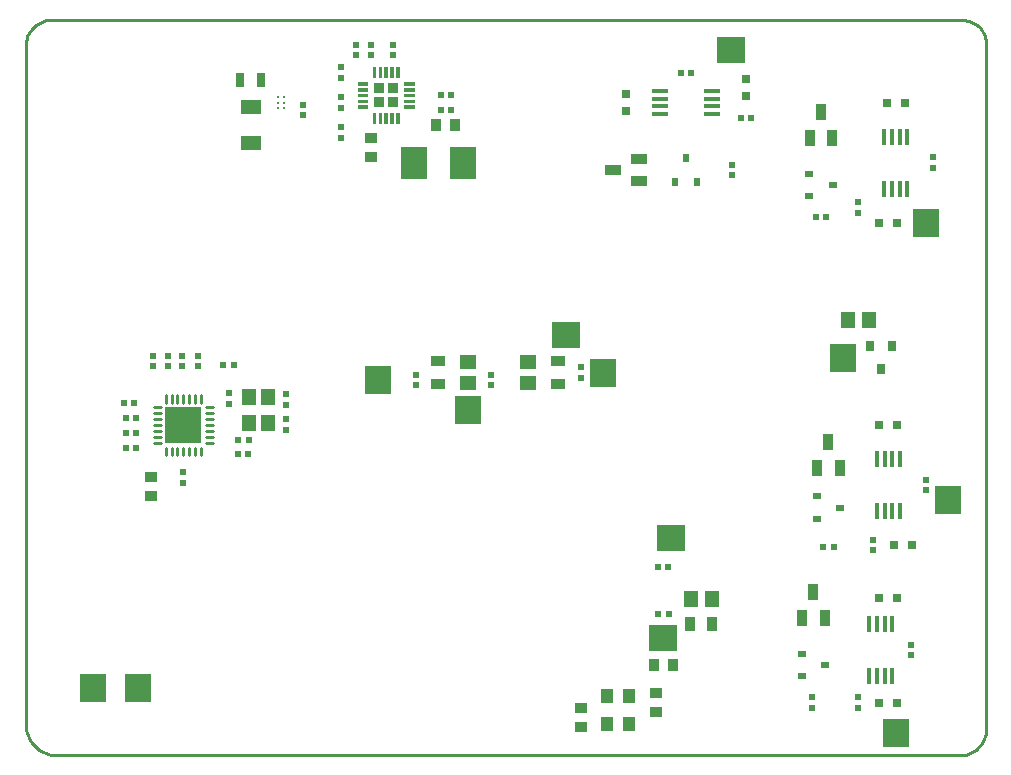
<source format=gbr>
G04 EAGLE Gerber RS-274X export*
G75*
%MOMM*%
%FSLAX34Y34*%
%LPD*%
%INSolderpaste Bottom*%
%IPPOS*%
%AMOC8*
5,1,8,0,0,1.08239X$1,22.5*%
G01*
%ADD10R,1.050000X1.300000*%
%ADD11R,1.300000X0.900000*%
%ADD12R,0.950000X1.000000*%
%ADD13R,0.900000X1.300000*%
%ADD14R,2.489200X2.235200*%
%ADD15R,2.235200X2.489200*%
%ADD16R,0.800000X0.900000*%
%ADD17R,1.150000X1.450000*%
%ADD18R,0.800000X1.200000*%
%ADD19R,0.500000X0.500000*%
%ADD20R,1.000000X0.950000*%
%ADD21R,0.960000X0.960000*%
%ADD22C,0.018200*%
%ADD23R,2.286000X2.794000*%
%ADD24R,1.450000X1.150000*%
%ADD25R,0.620000X0.620000*%
%ADD26C,0.280000*%
%ADD27R,3.100000X3.100000*%
%ADD28R,1.450000X0.450000*%
%ADD29R,0.800000X0.800000*%
%ADD30R,1.400000X0.950000*%
%ADD31R,0.600000X0.700000*%
%ADD32R,0.450000X1.450000*%
%ADD33R,0.950000X1.400000*%
%ADD34R,0.700000X0.600000*%
%ADD35R,1.150000X1.400000*%
%ADD36C,0.254000*%
%ADD37R,1.800000X1.150000*%


D10*
X282300Y49600D03*
X282300Y26600D03*
X263800Y26600D03*
X263800Y49600D03*
D11*
X120650Y333350D03*
X120650Y314350D03*
D12*
X303658Y76200D03*
X319658Y76200D03*
D11*
X222250Y333350D03*
X222250Y314350D03*
D13*
X352654Y110998D03*
X333654Y110998D03*
D14*
X228600Y355600D03*
D15*
X69850Y317500D03*
X260350Y323850D03*
D14*
X310642Y98806D03*
X317500Y184150D03*
D15*
X146050Y292100D03*
X508000Y19050D03*
X533400Y450850D03*
D14*
X368300Y596900D03*
D15*
X552450Y215900D03*
X463550Y336550D03*
D16*
X485800Y346550D03*
X504800Y346550D03*
X495300Y326550D03*
D17*
X485250Y368300D03*
X467250Y368300D03*
D18*
X-47100Y571500D03*
X-29100Y571500D03*
D19*
X38100Y582350D03*
X38100Y573350D03*
X131500Y546100D03*
X122500Y546100D03*
X131500Y558800D03*
X122500Y558800D03*
X38100Y531550D03*
X38100Y522550D03*
X38100Y547950D03*
X38100Y556950D03*
D20*
X63500Y522350D03*
X63500Y506350D03*
D21*
X70100Y552700D03*
X82300Y552700D03*
X82300Y564900D03*
X70100Y564900D03*
D22*
X60609Y547591D02*
X52691Y547591D01*
X52691Y550009D01*
X60609Y550009D01*
X60609Y547591D01*
X60609Y547764D02*
X52691Y547764D01*
X52691Y547937D02*
X60609Y547937D01*
X60609Y548110D02*
X52691Y548110D01*
X52691Y548283D02*
X60609Y548283D01*
X60609Y548456D02*
X52691Y548456D01*
X52691Y548629D02*
X60609Y548629D01*
X60609Y548802D02*
X52691Y548802D01*
X52691Y548975D02*
X60609Y548975D01*
X60609Y549148D02*
X52691Y549148D01*
X52691Y549321D02*
X60609Y549321D01*
X60609Y549494D02*
X52691Y549494D01*
X52691Y549667D02*
X60609Y549667D01*
X60609Y549840D02*
X52691Y549840D01*
X52691Y552591D02*
X60609Y552591D01*
X52691Y552591D02*
X52691Y555009D01*
X60609Y555009D01*
X60609Y552591D01*
X60609Y552764D02*
X52691Y552764D01*
X52691Y552937D02*
X60609Y552937D01*
X60609Y553110D02*
X52691Y553110D01*
X52691Y553283D02*
X60609Y553283D01*
X60609Y553456D02*
X52691Y553456D01*
X52691Y553629D02*
X60609Y553629D01*
X60609Y553802D02*
X52691Y553802D01*
X52691Y553975D02*
X60609Y553975D01*
X60609Y554148D02*
X52691Y554148D01*
X52691Y554321D02*
X60609Y554321D01*
X60609Y554494D02*
X52691Y554494D01*
X52691Y554667D02*
X60609Y554667D01*
X60609Y554840D02*
X52691Y554840D01*
X52691Y557591D02*
X60609Y557591D01*
X52691Y557591D02*
X52691Y560009D01*
X60609Y560009D01*
X60609Y557591D01*
X60609Y557764D02*
X52691Y557764D01*
X52691Y557937D02*
X60609Y557937D01*
X60609Y558110D02*
X52691Y558110D01*
X52691Y558283D02*
X60609Y558283D01*
X60609Y558456D02*
X52691Y558456D01*
X52691Y558629D02*
X60609Y558629D01*
X60609Y558802D02*
X52691Y558802D01*
X52691Y558975D02*
X60609Y558975D01*
X60609Y559148D02*
X52691Y559148D01*
X52691Y559321D02*
X60609Y559321D01*
X60609Y559494D02*
X52691Y559494D01*
X52691Y559667D02*
X60609Y559667D01*
X60609Y559840D02*
X52691Y559840D01*
X52691Y562591D02*
X60609Y562591D01*
X52691Y562591D02*
X52691Y565009D01*
X60609Y565009D01*
X60609Y562591D01*
X60609Y562764D02*
X52691Y562764D01*
X52691Y562937D02*
X60609Y562937D01*
X60609Y563110D02*
X52691Y563110D01*
X52691Y563283D02*
X60609Y563283D01*
X60609Y563456D02*
X52691Y563456D01*
X52691Y563629D02*
X60609Y563629D01*
X60609Y563802D02*
X52691Y563802D01*
X52691Y563975D02*
X60609Y563975D01*
X60609Y564148D02*
X52691Y564148D01*
X52691Y564321D02*
X60609Y564321D01*
X60609Y564494D02*
X52691Y564494D01*
X52691Y564667D02*
X60609Y564667D01*
X60609Y564840D02*
X52691Y564840D01*
X52691Y567591D02*
X60609Y567591D01*
X52691Y567591D02*
X52691Y570009D01*
X60609Y570009D01*
X60609Y567591D01*
X60609Y567764D02*
X52691Y567764D01*
X52691Y567937D02*
X60609Y567937D01*
X60609Y568110D02*
X52691Y568110D01*
X52691Y568283D02*
X60609Y568283D01*
X60609Y568456D02*
X52691Y568456D01*
X52691Y568629D02*
X60609Y568629D01*
X60609Y568802D02*
X52691Y568802D01*
X52691Y568975D02*
X60609Y568975D01*
X60609Y569148D02*
X52691Y569148D01*
X52691Y569321D02*
X60609Y569321D01*
X60609Y569494D02*
X52691Y569494D01*
X52691Y569667D02*
X60609Y569667D01*
X60609Y569840D02*
X52691Y569840D01*
X64991Y574391D02*
X64991Y582309D01*
X67409Y582309D01*
X67409Y574391D01*
X64991Y574391D01*
X64991Y574564D02*
X67409Y574564D01*
X67409Y574737D02*
X64991Y574737D01*
X64991Y574910D02*
X67409Y574910D01*
X67409Y575083D02*
X64991Y575083D01*
X64991Y575256D02*
X67409Y575256D01*
X67409Y575429D02*
X64991Y575429D01*
X64991Y575602D02*
X67409Y575602D01*
X67409Y575775D02*
X64991Y575775D01*
X64991Y575948D02*
X67409Y575948D01*
X67409Y576121D02*
X64991Y576121D01*
X64991Y576294D02*
X67409Y576294D01*
X67409Y576467D02*
X64991Y576467D01*
X64991Y576640D02*
X67409Y576640D01*
X67409Y576813D02*
X64991Y576813D01*
X64991Y576986D02*
X67409Y576986D01*
X67409Y577159D02*
X64991Y577159D01*
X64991Y577332D02*
X67409Y577332D01*
X67409Y577505D02*
X64991Y577505D01*
X64991Y577678D02*
X67409Y577678D01*
X67409Y577851D02*
X64991Y577851D01*
X64991Y578024D02*
X67409Y578024D01*
X67409Y578197D02*
X64991Y578197D01*
X64991Y578370D02*
X67409Y578370D01*
X67409Y578543D02*
X64991Y578543D01*
X64991Y578716D02*
X67409Y578716D01*
X67409Y578889D02*
X64991Y578889D01*
X64991Y579062D02*
X67409Y579062D01*
X67409Y579235D02*
X64991Y579235D01*
X64991Y579408D02*
X67409Y579408D01*
X67409Y579581D02*
X64991Y579581D01*
X64991Y579754D02*
X67409Y579754D01*
X67409Y579927D02*
X64991Y579927D01*
X64991Y580100D02*
X67409Y580100D01*
X67409Y580273D02*
X64991Y580273D01*
X64991Y580446D02*
X67409Y580446D01*
X67409Y580619D02*
X64991Y580619D01*
X64991Y580792D02*
X67409Y580792D01*
X67409Y580965D02*
X64991Y580965D01*
X64991Y581138D02*
X67409Y581138D01*
X67409Y581311D02*
X64991Y581311D01*
X64991Y581484D02*
X67409Y581484D01*
X67409Y581657D02*
X64991Y581657D01*
X64991Y581830D02*
X67409Y581830D01*
X67409Y582003D02*
X64991Y582003D01*
X64991Y582176D02*
X67409Y582176D01*
X69991Y582309D02*
X69991Y574391D01*
X69991Y582309D02*
X72409Y582309D01*
X72409Y574391D01*
X69991Y574391D01*
X69991Y574564D02*
X72409Y574564D01*
X72409Y574737D02*
X69991Y574737D01*
X69991Y574910D02*
X72409Y574910D01*
X72409Y575083D02*
X69991Y575083D01*
X69991Y575256D02*
X72409Y575256D01*
X72409Y575429D02*
X69991Y575429D01*
X69991Y575602D02*
X72409Y575602D01*
X72409Y575775D02*
X69991Y575775D01*
X69991Y575948D02*
X72409Y575948D01*
X72409Y576121D02*
X69991Y576121D01*
X69991Y576294D02*
X72409Y576294D01*
X72409Y576467D02*
X69991Y576467D01*
X69991Y576640D02*
X72409Y576640D01*
X72409Y576813D02*
X69991Y576813D01*
X69991Y576986D02*
X72409Y576986D01*
X72409Y577159D02*
X69991Y577159D01*
X69991Y577332D02*
X72409Y577332D01*
X72409Y577505D02*
X69991Y577505D01*
X69991Y577678D02*
X72409Y577678D01*
X72409Y577851D02*
X69991Y577851D01*
X69991Y578024D02*
X72409Y578024D01*
X72409Y578197D02*
X69991Y578197D01*
X69991Y578370D02*
X72409Y578370D01*
X72409Y578543D02*
X69991Y578543D01*
X69991Y578716D02*
X72409Y578716D01*
X72409Y578889D02*
X69991Y578889D01*
X69991Y579062D02*
X72409Y579062D01*
X72409Y579235D02*
X69991Y579235D01*
X69991Y579408D02*
X72409Y579408D01*
X72409Y579581D02*
X69991Y579581D01*
X69991Y579754D02*
X72409Y579754D01*
X72409Y579927D02*
X69991Y579927D01*
X69991Y580100D02*
X72409Y580100D01*
X72409Y580273D02*
X69991Y580273D01*
X69991Y580446D02*
X72409Y580446D01*
X72409Y580619D02*
X69991Y580619D01*
X69991Y580792D02*
X72409Y580792D01*
X72409Y580965D02*
X69991Y580965D01*
X69991Y581138D02*
X72409Y581138D01*
X72409Y581311D02*
X69991Y581311D01*
X69991Y581484D02*
X72409Y581484D01*
X72409Y581657D02*
X69991Y581657D01*
X69991Y581830D02*
X72409Y581830D01*
X72409Y582003D02*
X69991Y582003D01*
X69991Y582176D02*
X72409Y582176D01*
X74991Y582309D02*
X74991Y574391D01*
X74991Y582309D02*
X77409Y582309D01*
X77409Y574391D01*
X74991Y574391D01*
X74991Y574564D02*
X77409Y574564D01*
X77409Y574737D02*
X74991Y574737D01*
X74991Y574910D02*
X77409Y574910D01*
X77409Y575083D02*
X74991Y575083D01*
X74991Y575256D02*
X77409Y575256D01*
X77409Y575429D02*
X74991Y575429D01*
X74991Y575602D02*
X77409Y575602D01*
X77409Y575775D02*
X74991Y575775D01*
X74991Y575948D02*
X77409Y575948D01*
X77409Y576121D02*
X74991Y576121D01*
X74991Y576294D02*
X77409Y576294D01*
X77409Y576467D02*
X74991Y576467D01*
X74991Y576640D02*
X77409Y576640D01*
X77409Y576813D02*
X74991Y576813D01*
X74991Y576986D02*
X77409Y576986D01*
X77409Y577159D02*
X74991Y577159D01*
X74991Y577332D02*
X77409Y577332D01*
X77409Y577505D02*
X74991Y577505D01*
X74991Y577678D02*
X77409Y577678D01*
X77409Y577851D02*
X74991Y577851D01*
X74991Y578024D02*
X77409Y578024D01*
X77409Y578197D02*
X74991Y578197D01*
X74991Y578370D02*
X77409Y578370D01*
X77409Y578543D02*
X74991Y578543D01*
X74991Y578716D02*
X77409Y578716D01*
X77409Y578889D02*
X74991Y578889D01*
X74991Y579062D02*
X77409Y579062D01*
X77409Y579235D02*
X74991Y579235D01*
X74991Y579408D02*
X77409Y579408D01*
X77409Y579581D02*
X74991Y579581D01*
X74991Y579754D02*
X77409Y579754D01*
X77409Y579927D02*
X74991Y579927D01*
X74991Y580100D02*
X77409Y580100D01*
X77409Y580273D02*
X74991Y580273D01*
X74991Y580446D02*
X77409Y580446D01*
X77409Y580619D02*
X74991Y580619D01*
X74991Y580792D02*
X77409Y580792D01*
X77409Y580965D02*
X74991Y580965D01*
X74991Y581138D02*
X77409Y581138D01*
X77409Y581311D02*
X74991Y581311D01*
X74991Y581484D02*
X77409Y581484D01*
X77409Y581657D02*
X74991Y581657D01*
X74991Y581830D02*
X77409Y581830D01*
X77409Y582003D02*
X74991Y582003D01*
X74991Y582176D02*
X77409Y582176D01*
X79991Y582309D02*
X79991Y574391D01*
X79991Y582309D02*
X82409Y582309D01*
X82409Y574391D01*
X79991Y574391D01*
X79991Y574564D02*
X82409Y574564D01*
X82409Y574737D02*
X79991Y574737D01*
X79991Y574910D02*
X82409Y574910D01*
X82409Y575083D02*
X79991Y575083D01*
X79991Y575256D02*
X82409Y575256D01*
X82409Y575429D02*
X79991Y575429D01*
X79991Y575602D02*
X82409Y575602D01*
X82409Y575775D02*
X79991Y575775D01*
X79991Y575948D02*
X82409Y575948D01*
X82409Y576121D02*
X79991Y576121D01*
X79991Y576294D02*
X82409Y576294D01*
X82409Y576467D02*
X79991Y576467D01*
X79991Y576640D02*
X82409Y576640D01*
X82409Y576813D02*
X79991Y576813D01*
X79991Y576986D02*
X82409Y576986D01*
X82409Y577159D02*
X79991Y577159D01*
X79991Y577332D02*
X82409Y577332D01*
X82409Y577505D02*
X79991Y577505D01*
X79991Y577678D02*
X82409Y577678D01*
X82409Y577851D02*
X79991Y577851D01*
X79991Y578024D02*
X82409Y578024D01*
X82409Y578197D02*
X79991Y578197D01*
X79991Y578370D02*
X82409Y578370D01*
X82409Y578543D02*
X79991Y578543D01*
X79991Y578716D02*
X82409Y578716D01*
X82409Y578889D02*
X79991Y578889D01*
X79991Y579062D02*
X82409Y579062D01*
X82409Y579235D02*
X79991Y579235D01*
X79991Y579408D02*
X82409Y579408D01*
X82409Y579581D02*
X79991Y579581D01*
X79991Y579754D02*
X82409Y579754D01*
X82409Y579927D02*
X79991Y579927D01*
X79991Y580100D02*
X82409Y580100D01*
X82409Y580273D02*
X79991Y580273D01*
X79991Y580446D02*
X82409Y580446D01*
X82409Y580619D02*
X79991Y580619D01*
X79991Y580792D02*
X82409Y580792D01*
X82409Y580965D02*
X79991Y580965D01*
X79991Y581138D02*
X82409Y581138D01*
X82409Y581311D02*
X79991Y581311D01*
X79991Y581484D02*
X82409Y581484D01*
X82409Y581657D02*
X79991Y581657D01*
X79991Y581830D02*
X82409Y581830D01*
X82409Y582003D02*
X79991Y582003D01*
X79991Y582176D02*
X82409Y582176D01*
X84991Y582309D02*
X84991Y574391D01*
X84991Y582309D02*
X87409Y582309D01*
X87409Y574391D01*
X84991Y574391D01*
X84991Y574564D02*
X87409Y574564D01*
X87409Y574737D02*
X84991Y574737D01*
X84991Y574910D02*
X87409Y574910D01*
X87409Y575083D02*
X84991Y575083D01*
X84991Y575256D02*
X87409Y575256D01*
X87409Y575429D02*
X84991Y575429D01*
X84991Y575602D02*
X87409Y575602D01*
X87409Y575775D02*
X84991Y575775D01*
X84991Y575948D02*
X87409Y575948D01*
X87409Y576121D02*
X84991Y576121D01*
X84991Y576294D02*
X87409Y576294D01*
X87409Y576467D02*
X84991Y576467D01*
X84991Y576640D02*
X87409Y576640D01*
X87409Y576813D02*
X84991Y576813D01*
X84991Y576986D02*
X87409Y576986D01*
X87409Y577159D02*
X84991Y577159D01*
X84991Y577332D02*
X87409Y577332D01*
X87409Y577505D02*
X84991Y577505D01*
X84991Y577678D02*
X87409Y577678D01*
X87409Y577851D02*
X84991Y577851D01*
X84991Y578024D02*
X87409Y578024D01*
X87409Y578197D02*
X84991Y578197D01*
X84991Y578370D02*
X87409Y578370D01*
X87409Y578543D02*
X84991Y578543D01*
X84991Y578716D02*
X87409Y578716D01*
X87409Y578889D02*
X84991Y578889D01*
X84991Y579062D02*
X87409Y579062D01*
X87409Y579235D02*
X84991Y579235D01*
X84991Y579408D02*
X87409Y579408D01*
X87409Y579581D02*
X84991Y579581D01*
X84991Y579754D02*
X87409Y579754D01*
X87409Y579927D02*
X84991Y579927D01*
X84991Y580100D02*
X87409Y580100D01*
X87409Y580273D02*
X84991Y580273D01*
X84991Y580446D02*
X87409Y580446D01*
X87409Y580619D02*
X84991Y580619D01*
X84991Y580792D02*
X87409Y580792D01*
X87409Y580965D02*
X84991Y580965D01*
X84991Y581138D02*
X87409Y581138D01*
X87409Y581311D02*
X84991Y581311D01*
X84991Y581484D02*
X87409Y581484D01*
X87409Y581657D02*
X84991Y581657D01*
X84991Y581830D02*
X87409Y581830D01*
X87409Y582003D02*
X84991Y582003D01*
X84991Y582176D02*
X87409Y582176D01*
X91791Y570009D02*
X99709Y570009D01*
X99709Y567591D01*
X91791Y567591D01*
X91791Y570009D01*
X91791Y567764D02*
X99709Y567764D01*
X99709Y567937D02*
X91791Y567937D01*
X91791Y568110D02*
X99709Y568110D01*
X99709Y568283D02*
X91791Y568283D01*
X91791Y568456D02*
X99709Y568456D01*
X99709Y568629D02*
X91791Y568629D01*
X91791Y568802D02*
X99709Y568802D01*
X99709Y568975D02*
X91791Y568975D01*
X91791Y569148D02*
X99709Y569148D01*
X99709Y569321D02*
X91791Y569321D01*
X91791Y569494D02*
X99709Y569494D01*
X99709Y569667D02*
X91791Y569667D01*
X91791Y569840D02*
X99709Y569840D01*
X99709Y565009D02*
X91791Y565009D01*
X99709Y565009D02*
X99709Y562591D01*
X91791Y562591D01*
X91791Y565009D01*
X91791Y562764D02*
X99709Y562764D01*
X99709Y562937D02*
X91791Y562937D01*
X91791Y563110D02*
X99709Y563110D01*
X99709Y563283D02*
X91791Y563283D01*
X91791Y563456D02*
X99709Y563456D01*
X99709Y563629D02*
X91791Y563629D01*
X91791Y563802D02*
X99709Y563802D01*
X99709Y563975D02*
X91791Y563975D01*
X91791Y564148D02*
X99709Y564148D01*
X99709Y564321D02*
X91791Y564321D01*
X91791Y564494D02*
X99709Y564494D01*
X99709Y564667D02*
X91791Y564667D01*
X91791Y564840D02*
X99709Y564840D01*
X99709Y560009D02*
X91791Y560009D01*
X99709Y560009D02*
X99709Y557591D01*
X91791Y557591D01*
X91791Y560009D01*
X91791Y557764D02*
X99709Y557764D01*
X99709Y557937D02*
X91791Y557937D01*
X91791Y558110D02*
X99709Y558110D01*
X99709Y558283D02*
X91791Y558283D01*
X91791Y558456D02*
X99709Y558456D01*
X99709Y558629D02*
X91791Y558629D01*
X91791Y558802D02*
X99709Y558802D01*
X99709Y558975D02*
X91791Y558975D01*
X91791Y559148D02*
X99709Y559148D01*
X99709Y559321D02*
X91791Y559321D01*
X91791Y559494D02*
X99709Y559494D01*
X99709Y559667D02*
X91791Y559667D01*
X91791Y559840D02*
X99709Y559840D01*
X99709Y555009D02*
X91791Y555009D01*
X99709Y555009D02*
X99709Y552591D01*
X91791Y552591D01*
X91791Y555009D01*
X91791Y552764D02*
X99709Y552764D01*
X99709Y552937D02*
X91791Y552937D01*
X91791Y553110D02*
X99709Y553110D01*
X99709Y553283D02*
X91791Y553283D01*
X91791Y553456D02*
X99709Y553456D01*
X99709Y553629D02*
X91791Y553629D01*
X91791Y553802D02*
X99709Y553802D01*
X99709Y553975D02*
X91791Y553975D01*
X91791Y554148D02*
X99709Y554148D01*
X99709Y554321D02*
X91791Y554321D01*
X91791Y554494D02*
X99709Y554494D01*
X99709Y554667D02*
X91791Y554667D01*
X91791Y554840D02*
X99709Y554840D01*
X99709Y550009D02*
X91791Y550009D01*
X99709Y550009D02*
X99709Y547591D01*
X91791Y547591D01*
X91791Y550009D01*
X91791Y547764D02*
X99709Y547764D01*
X99709Y547937D02*
X91791Y547937D01*
X91791Y548110D02*
X99709Y548110D01*
X99709Y548283D02*
X91791Y548283D01*
X91791Y548456D02*
X99709Y548456D01*
X99709Y548629D02*
X91791Y548629D01*
X91791Y548802D02*
X99709Y548802D01*
X99709Y548975D02*
X91791Y548975D01*
X91791Y549148D02*
X99709Y549148D01*
X99709Y549321D02*
X91791Y549321D01*
X91791Y549494D02*
X99709Y549494D01*
X99709Y549667D02*
X91791Y549667D01*
X91791Y549840D02*
X99709Y549840D01*
X87409Y543209D02*
X87409Y535291D01*
X84991Y535291D01*
X84991Y543209D01*
X87409Y543209D01*
X87409Y535464D02*
X84991Y535464D01*
X84991Y535637D02*
X87409Y535637D01*
X87409Y535810D02*
X84991Y535810D01*
X84991Y535983D02*
X87409Y535983D01*
X87409Y536156D02*
X84991Y536156D01*
X84991Y536329D02*
X87409Y536329D01*
X87409Y536502D02*
X84991Y536502D01*
X84991Y536675D02*
X87409Y536675D01*
X87409Y536848D02*
X84991Y536848D01*
X84991Y537021D02*
X87409Y537021D01*
X87409Y537194D02*
X84991Y537194D01*
X84991Y537367D02*
X87409Y537367D01*
X87409Y537540D02*
X84991Y537540D01*
X84991Y537713D02*
X87409Y537713D01*
X87409Y537886D02*
X84991Y537886D01*
X84991Y538059D02*
X87409Y538059D01*
X87409Y538232D02*
X84991Y538232D01*
X84991Y538405D02*
X87409Y538405D01*
X87409Y538578D02*
X84991Y538578D01*
X84991Y538751D02*
X87409Y538751D01*
X87409Y538924D02*
X84991Y538924D01*
X84991Y539097D02*
X87409Y539097D01*
X87409Y539270D02*
X84991Y539270D01*
X84991Y539443D02*
X87409Y539443D01*
X87409Y539616D02*
X84991Y539616D01*
X84991Y539789D02*
X87409Y539789D01*
X87409Y539962D02*
X84991Y539962D01*
X84991Y540135D02*
X87409Y540135D01*
X87409Y540308D02*
X84991Y540308D01*
X84991Y540481D02*
X87409Y540481D01*
X87409Y540654D02*
X84991Y540654D01*
X84991Y540827D02*
X87409Y540827D01*
X87409Y541000D02*
X84991Y541000D01*
X84991Y541173D02*
X87409Y541173D01*
X87409Y541346D02*
X84991Y541346D01*
X84991Y541519D02*
X87409Y541519D01*
X87409Y541692D02*
X84991Y541692D01*
X84991Y541865D02*
X87409Y541865D01*
X87409Y542038D02*
X84991Y542038D01*
X84991Y542211D02*
X87409Y542211D01*
X87409Y542384D02*
X84991Y542384D01*
X84991Y542557D02*
X87409Y542557D01*
X87409Y542730D02*
X84991Y542730D01*
X84991Y542903D02*
X87409Y542903D01*
X87409Y543076D02*
X84991Y543076D01*
X82409Y543209D02*
X82409Y535291D01*
X79991Y535291D01*
X79991Y543209D01*
X82409Y543209D01*
X82409Y535464D02*
X79991Y535464D01*
X79991Y535637D02*
X82409Y535637D01*
X82409Y535810D02*
X79991Y535810D01*
X79991Y535983D02*
X82409Y535983D01*
X82409Y536156D02*
X79991Y536156D01*
X79991Y536329D02*
X82409Y536329D01*
X82409Y536502D02*
X79991Y536502D01*
X79991Y536675D02*
X82409Y536675D01*
X82409Y536848D02*
X79991Y536848D01*
X79991Y537021D02*
X82409Y537021D01*
X82409Y537194D02*
X79991Y537194D01*
X79991Y537367D02*
X82409Y537367D01*
X82409Y537540D02*
X79991Y537540D01*
X79991Y537713D02*
X82409Y537713D01*
X82409Y537886D02*
X79991Y537886D01*
X79991Y538059D02*
X82409Y538059D01*
X82409Y538232D02*
X79991Y538232D01*
X79991Y538405D02*
X82409Y538405D01*
X82409Y538578D02*
X79991Y538578D01*
X79991Y538751D02*
X82409Y538751D01*
X82409Y538924D02*
X79991Y538924D01*
X79991Y539097D02*
X82409Y539097D01*
X82409Y539270D02*
X79991Y539270D01*
X79991Y539443D02*
X82409Y539443D01*
X82409Y539616D02*
X79991Y539616D01*
X79991Y539789D02*
X82409Y539789D01*
X82409Y539962D02*
X79991Y539962D01*
X79991Y540135D02*
X82409Y540135D01*
X82409Y540308D02*
X79991Y540308D01*
X79991Y540481D02*
X82409Y540481D01*
X82409Y540654D02*
X79991Y540654D01*
X79991Y540827D02*
X82409Y540827D01*
X82409Y541000D02*
X79991Y541000D01*
X79991Y541173D02*
X82409Y541173D01*
X82409Y541346D02*
X79991Y541346D01*
X79991Y541519D02*
X82409Y541519D01*
X82409Y541692D02*
X79991Y541692D01*
X79991Y541865D02*
X82409Y541865D01*
X82409Y542038D02*
X79991Y542038D01*
X79991Y542211D02*
X82409Y542211D01*
X82409Y542384D02*
X79991Y542384D01*
X79991Y542557D02*
X82409Y542557D01*
X82409Y542730D02*
X79991Y542730D01*
X79991Y542903D02*
X82409Y542903D01*
X82409Y543076D02*
X79991Y543076D01*
X77409Y543209D02*
X77409Y535291D01*
X74991Y535291D01*
X74991Y543209D01*
X77409Y543209D01*
X77409Y535464D02*
X74991Y535464D01*
X74991Y535637D02*
X77409Y535637D01*
X77409Y535810D02*
X74991Y535810D01*
X74991Y535983D02*
X77409Y535983D01*
X77409Y536156D02*
X74991Y536156D01*
X74991Y536329D02*
X77409Y536329D01*
X77409Y536502D02*
X74991Y536502D01*
X74991Y536675D02*
X77409Y536675D01*
X77409Y536848D02*
X74991Y536848D01*
X74991Y537021D02*
X77409Y537021D01*
X77409Y537194D02*
X74991Y537194D01*
X74991Y537367D02*
X77409Y537367D01*
X77409Y537540D02*
X74991Y537540D01*
X74991Y537713D02*
X77409Y537713D01*
X77409Y537886D02*
X74991Y537886D01*
X74991Y538059D02*
X77409Y538059D01*
X77409Y538232D02*
X74991Y538232D01*
X74991Y538405D02*
X77409Y538405D01*
X77409Y538578D02*
X74991Y538578D01*
X74991Y538751D02*
X77409Y538751D01*
X77409Y538924D02*
X74991Y538924D01*
X74991Y539097D02*
X77409Y539097D01*
X77409Y539270D02*
X74991Y539270D01*
X74991Y539443D02*
X77409Y539443D01*
X77409Y539616D02*
X74991Y539616D01*
X74991Y539789D02*
X77409Y539789D01*
X77409Y539962D02*
X74991Y539962D01*
X74991Y540135D02*
X77409Y540135D01*
X77409Y540308D02*
X74991Y540308D01*
X74991Y540481D02*
X77409Y540481D01*
X77409Y540654D02*
X74991Y540654D01*
X74991Y540827D02*
X77409Y540827D01*
X77409Y541000D02*
X74991Y541000D01*
X74991Y541173D02*
X77409Y541173D01*
X77409Y541346D02*
X74991Y541346D01*
X74991Y541519D02*
X77409Y541519D01*
X77409Y541692D02*
X74991Y541692D01*
X74991Y541865D02*
X77409Y541865D01*
X77409Y542038D02*
X74991Y542038D01*
X74991Y542211D02*
X77409Y542211D01*
X77409Y542384D02*
X74991Y542384D01*
X74991Y542557D02*
X77409Y542557D01*
X77409Y542730D02*
X74991Y542730D01*
X74991Y542903D02*
X77409Y542903D01*
X77409Y543076D02*
X74991Y543076D01*
X72409Y543209D02*
X72409Y535291D01*
X69991Y535291D01*
X69991Y543209D01*
X72409Y543209D01*
X72409Y535464D02*
X69991Y535464D01*
X69991Y535637D02*
X72409Y535637D01*
X72409Y535810D02*
X69991Y535810D01*
X69991Y535983D02*
X72409Y535983D01*
X72409Y536156D02*
X69991Y536156D01*
X69991Y536329D02*
X72409Y536329D01*
X72409Y536502D02*
X69991Y536502D01*
X69991Y536675D02*
X72409Y536675D01*
X72409Y536848D02*
X69991Y536848D01*
X69991Y537021D02*
X72409Y537021D01*
X72409Y537194D02*
X69991Y537194D01*
X69991Y537367D02*
X72409Y537367D01*
X72409Y537540D02*
X69991Y537540D01*
X69991Y537713D02*
X72409Y537713D01*
X72409Y537886D02*
X69991Y537886D01*
X69991Y538059D02*
X72409Y538059D01*
X72409Y538232D02*
X69991Y538232D01*
X69991Y538405D02*
X72409Y538405D01*
X72409Y538578D02*
X69991Y538578D01*
X69991Y538751D02*
X72409Y538751D01*
X72409Y538924D02*
X69991Y538924D01*
X69991Y539097D02*
X72409Y539097D01*
X72409Y539270D02*
X69991Y539270D01*
X69991Y539443D02*
X72409Y539443D01*
X72409Y539616D02*
X69991Y539616D01*
X69991Y539789D02*
X72409Y539789D01*
X72409Y539962D02*
X69991Y539962D01*
X69991Y540135D02*
X72409Y540135D01*
X72409Y540308D02*
X69991Y540308D01*
X69991Y540481D02*
X72409Y540481D01*
X72409Y540654D02*
X69991Y540654D01*
X69991Y540827D02*
X72409Y540827D01*
X72409Y541000D02*
X69991Y541000D01*
X69991Y541173D02*
X72409Y541173D01*
X72409Y541346D02*
X69991Y541346D01*
X69991Y541519D02*
X72409Y541519D01*
X72409Y541692D02*
X69991Y541692D01*
X69991Y541865D02*
X72409Y541865D01*
X72409Y542038D02*
X69991Y542038D01*
X69991Y542211D02*
X72409Y542211D01*
X72409Y542384D02*
X69991Y542384D01*
X69991Y542557D02*
X72409Y542557D01*
X72409Y542730D02*
X69991Y542730D01*
X69991Y542903D02*
X72409Y542903D01*
X72409Y543076D02*
X69991Y543076D01*
X67409Y543209D02*
X67409Y535291D01*
X64991Y535291D01*
X64991Y543209D01*
X67409Y543209D01*
X67409Y535464D02*
X64991Y535464D01*
X64991Y535637D02*
X67409Y535637D01*
X67409Y535810D02*
X64991Y535810D01*
X64991Y535983D02*
X67409Y535983D01*
X67409Y536156D02*
X64991Y536156D01*
X64991Y536329D02*
X67409Y536329D01*
X67409Y536502D02*
X64991Y536502D01*
X64991Y536675D02*
X67409Y536675D01*
X67409Y536848D02*
X64991Y536848D01*
X64991Y537021D02*
X67409Y537021D01*
X67409Y537194D02*
X64991Y537194D01*
X64991Y537367D02*
X67409Y537367D01*
X67409Y537540D02*
X64991Y537540D01*
X64991Y537713D02*
X67409Y537713D01*
X67409Y537886D02*
X64991Y537886D01*
X64991Y538059D02*
X67409Y538059D01*
X67409Y538232D02*
X64991Y538232D01*
X64991Y538405D02*
X67409Y538405D01*
X67409Y538578D02*
X64991Y538578D01*
X64991Y538751D02*
X67409Y538751D01*
X67409Y538924D02*
X64991Y538924D01*
X64991Y539097D02*
X67409Y539097D01*
X67409Y539270D02*
X64991Y539270D01*
X64991Y539443D02*
X67409Y539443D01*
X67409Y539616D02*
X64991Y539616D01*
X64991Y539789D02*
X67409Y539789D01*
X67409Y539962D02*
X64991Y539962D01*
X64991Y540135D02*
X67409Y540135D01*
X67409Y540308D02*
X64991Y540308D01*
X64991Y540481D02*
X67409Y540481D01*
X67409Y540654D02*
X64991Y540654D01*
X64991Y540827D02*
X67409Y540827D01*
X67409Y541000D02*
X64991Y541000D01*
X64991Y541173D02*
X67409Y541173D01*
X67409Y541346D02*
X64991Y541346D01*
X64991Y541519D02*
X67409Y541519D01*
X67409Y541692D02*
X64991Y541692D01*
X64991Y541865D02*
X67409Y541865D01*
X67409Y542038D02*
X64991Y542038D01*
X64991Y542211D02*
X67409Y542211D01*
X67409Y542384D02*
X64991Y542384D01*
X64991Y542557D02*
X67409Y542557D01*
X67409Y542730D02*
X64991Y542730D01*
X64991Y542903D02*
X67409Y542903D01*
X67409Y543076D02*
X64991Y543076D01*
D23*
X141110Y501650D03*
X100190Y501650D03*
D12*
X119000Y533400D03*
X135000Y533400D03*
D20*
X241300Y23750D03*
X241300Y39750D03*
X304800Y52450D03*
X304800Y36450D03*
D24*
X146050Y314850D03*
X146050Y332850D03*
X196850Y314850D03*
X196850Y332850D03*
D17*
X334408Y132334D03*
X352408Y132334D03*
D25*
X101600Y313000D03*
X101600Y322000D03*
X165100Y313000D03*
X165100Y322000D03*
X315650Y119380D03*
X306650Y119380D03*
X241300Y319350D03*
X241300Y328350D03*
D19*
X306396Y159258D03*
X315396Y159258D03*
D26*
X-80250Y254250D02*
X-80250Y260350D01*
X-85250Y260350D02*
X-85250Y254250D01*
X-90250Y254250D02*
X-90250Y260350D01*
X-95250Y260350D02*
X-95250Y254250D01*
X-100250Y254250D02*
X-100250Y260350D01*
X-105250Y260350D02*
X-105250Y254250D01*
X-110250Y254250D02*
X-110250Y260350D01*
X-114300Y264400D02*
X-120400Y264400D01*
X-120400Y269400D02*
X-114300Y269400D01*
X-114300Y274400D02*
X-120400Y274400D01*
X-120400Y279400D02*
X-114300Y279400D01*
X-114300Y284400D02*
X-120400Y284400D01*
X-120400Y289400D02*
X-114300Y289400D01*
X-114300Y294400D02*
X-120400Y294400D01*
X-110250Y298450D02*
X-110250Y304550D01*
X-105250Y304550D02*
X-105250Y298450D01*
X-100250Y298450D02*
X-100250Y304550D01*
X-95250Y304550D02*
X-95250Y298450D01*
X-90250Y298450D02*
X-90250Y304550D01*
X-85250Y304550D02*
X-85250Y298450D01*
X-80250Y298450D02*
X-80250Y304550D01*
X-76200Y294400D02*
X-70100Y294400D01*
X-70100Y289400D02*
X-76200Y289400D01*
X-76200Y284400D02*
X-70100Y284400D01*
X-70100Y279400D02*
X-76200Y279400D01*
X-76200Y274400D02*
X-70100Y274400D01*
X-70100Y269400D02*
X-76200Y269400D01*
X-76200Y264400D02*
X-70100Y264400D01*
D27*
X-95250Y279400D03*
D19*
X-96012Y338002D03*
X-96012Y329002D03*
X-108204Y329002D03*
X-108204Y338002D03*
X-61650Y330200D03*
X-52650Y330200D03*
D25*
X-121158Y329002D03*
X-121158Y338002D03*
D19*
X-40204Y254508D03*
X-49204Y254508D03*
D25*
X-95250Y239450D03*
X-95250Y230450D03*
X-136724Y298450D03*
X-145724Y298450D03*
X-135200Y260350D03*
X-144200Y260350D03*
X-56642Y297506D03*
X-56642Y306506D03*
X-82804Y329002D03*
X-82804Y338002D03*
D20*
X-122936Y235330D03*
X-122936Y219330D03*
D25*
X-8128Y275408D03*
X-8128Y284408D03*
X-8382Y305744D03*
X-8382Y296744D03*
D28*
X352200Y562200D03*
X352200Y555700D03*
X352200Y549200D03*
X352200Y542700D03*
X308200Y542700D03*
X308200Y549200D03*
X308200Y555700D03*
X308200Y562200D03*
D19*
X369570Y490800D03*
X369570Y499800D03*
D29*
X279400Y544950D03*
X279400Y559950D03*
D30*
X290400Y504800D03*
X290400Y485800D03*
X268400Y495300D03*
D31*
X339700Y485300D03*
X320700Y485300D03*
X330200Y505300D03*
D29*
X381000Y557650D03*
X381000Y572650D03*
D25*
X376500Y539750D03*
X385500Y539750D03*
D32*
X517750Y479650D03*
X511250Y479650D03*
X504750Y479650D03*
X498250Y479650D03*
X498250Y523650D03*
X504750Y523650D03*
X511250Y523650D03*
X517750Y523650D03*
D19*
X440000Y455930D03*
X449000Y455930D03*
D29*
X500500Y552450D03*
X515500Y552450D03*
D25*
X539750Y506150D03*
X539750Y497150D03*
D33*
X454000Y522400D03*
X435000Y522400D03*
X444500Y544400D03*
D34*
X434500Y473100D03*
X434500Y492100D03*
X454500Y482600D03*
D29*
X494150Y450850D03*
X509150Y450850D03*
D25*
X476250Y468050D03*
X476250Y459050D03*
D32*
X511400Y206600D03*
X504900Y206600D03*
X498400Y206600D03*
X491900Y206600D03*
X491900Y250600D03*
X498400Y250600D03*
X504900Y250600D03*
X511400Y250600D03*
D19*
X446350Y176530D03*
X455350Y176530D03*
D29*
X494150Y279400D03*
X509150Y279400D03*
D33*
X460350Y243000D03*
X441350Y243000D03*
X450850Y265000D03*
D34*
X440850Y200050D03*
X440850Y219050D03*
X460850Y209550D03*
D29*
X506850Y177800D03*
X521850Y177800D03*
D25*
X488950Y182300D03*
X488950Y173300D03*
D32*
X505050Y66900D03*
X498550Y66900D03*
X492050Y66900D03*
X485550Y66900D03*
X485550Y110900D03*
X492050Y110900D03*
X498550Y110900D03*
X505050Y110900D03*
D19*
X436880Y48950D03*
X436880Y39950D03*
D29*
X494150Y133350D03*
X509150Y133350D03*
D33*
X447650Y116000D03*
X428650Y116000D03*
X438150Y138000D03*
D34*
X428150Y66700D03*
X428150Y85700D03*
X448150Y76200D03*
D29*
X494150Y44450D03*
X509150Y44450D03*
D25*
X476250Y48950D03*
X476250Y39950D03*
D35*
X-23750Y281100D03*
X-39750Y281100D03*
X-39750Y303100D03*
X-23750Y303100D03*
D15*
X-133350Y57150D03*
X-171450Y57150D03*
D25*
X-135200Y273050D03*
X-144200Y273050D03*
X-48950Y266700D03*
X-39950Y266700D03*
D19*
X-144200Y285750D03*
X-135200Y285750D03*
D25*
X520700Y93400D03*
X520700Y84400D03*
X533400Y233100D03*
X533400Y224100D03*
X325700Y577850D03*
X334700Y577850D03*
D19*
X82550Y592400D03*
X82550Y601400D03*
X63500Y601400D03*
X63500Y592400D03*
X50800Y592400D03*
X50800Y601400D03*
D36*
X-15200Y557450D03*
X-10200Y557450D03*
X-15200Y552450D03*
X-10200Y552450D03*
X-15200Y547450D03*
X-10200Y547450D03*
D37*
X-38100Y518400D03*
X-38100Y548400D03*
D25*
X6350Y550600D03*
X6350Y541600D03*
D36*
X-228600Y25400D02*
X-228503Y23186D01*
X-228214Y20989D01*
X-227735Y18826D01*
X-227068Y16713D01*
X-226220Y14666D01*
X-225197Y12700D01*
X-224006Y10831D01*
X-222658Y9073D01*
X-221161Y7440D01*
X-219527Y5942D01*
X-217769Y4594D01*
X-215900Y3403D01*
X-213935Y2380D01*
X-211887Y1532D01*
X-209774Y865D01*
X-207611Y386D01*
X-205414Y97D01*
X-203200Y0D01*
X565150Y0D01*
X567075Y361D01*
X568961Y889D01*
X570794Y1579D01*
X572560Y2426D01*
X574245Y3424D01*
X575837Y4565D01*
X577324Y5840D01*
X578693Y7241D01*
X579936Y8755D01*
X581041Y10371D01*
X582002Y12078D01*
X582810Y13862D01*
X583460Y15710D01*
X583946Y17607D01*
X584264Y19540D01*
X584414Y21492D01*
X584392Y23451D01*
X584200Y25400D01*
X584200Y601980D01*
X584180Y603698D01*
X584011Y605408D01*
X583694Y607097D01*
X583230Y608751D01*
X582624Y610359D01*
X581880Y611908D01*
X581004Y613386D01*
X580003Y614782D01*
X578883Y616085D01*
X577655Y617286D01*
X576326Y618376D01*
X574907Y619345D01*
X573410Y620187D01*
X571844Y620896D01*
X570223Y621465D01*
X568559Y621891D01*
X566863Y622170D01*
X565150Y622300D01*
X-209550Y622300D01*
X-211475Y621939D01*
X-213361Y621411D01*
X-215194Y620721D01*
X-216960Y619874D01*
X-218645Y618876D01*
X-220237Y617735D01*
X-221724Y616460D01*
X-223093Y615060D01*
X-224336Y613545D01*
X-225441Y611929D01*
X-226402Y610222D01*
X-227210Y608438D01*
X-227860Y606590D01*
X-228346Y604693D01*
X-228664Y602760D01*
X-228814Y600808D01*
X-228792Y598849D01*
X-228600Y596900D01*
X-228600Y25400D01*
M02*

</source>
